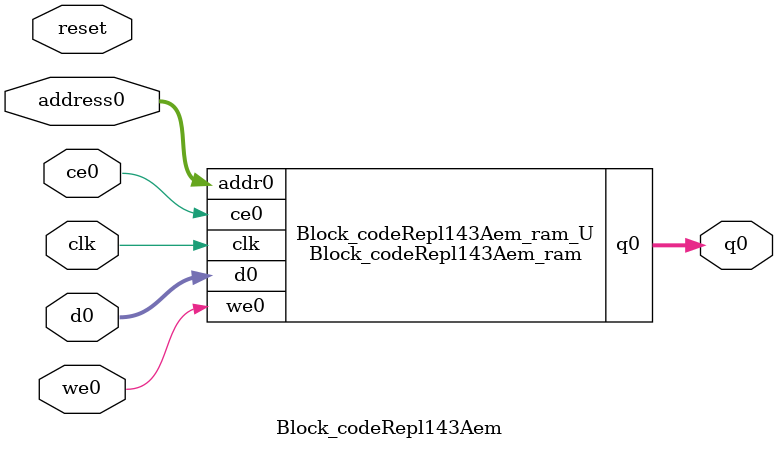
<source format=v>
`timescale 1 ns / 1 ps
module Block_codeRepl143Aem_ram (addr0, ce0, d0, we0, q0,  clk);

parameter DWIDTH = 4;
parameter AWIDTH = 12;
parameter MEM_SIZE = 2624;

input[AWIDTH-1:0] addr0;
input ce0;
input[DWIDTH-1:0] d0;
input we0;
output reg[DWIDTH-1:0] q0;
input clk;

(* ram_style = "block" *)reg [DWIDTH-1:0] ram[0:MEM_SIZE-1];




always @(posedge clk)  
begin 
    if (ce0) begin
        if (we0) 
            ram[addr0] <= d0; 
        q0 <= ram[addr0];
    end
end


endmodule

`timescale 1 ns / 1 ps
module Block_codeRepl143Aem(
    reset,
    clk,
    address0,
    ce0,
    we0,
    d0,
    q0);

parameter DataWidth = 32'd4;
parameter AddressRange = 32'd2624;
parameter AddressWidth = 32'd12;
input reset;
input clk;
input[AddressWidth - 1:0] address0;
input ce0;
input we0;
input[DataWidth - 1:0] d0;
output[DataWidth - 1:0] q0;



Block_codeRepl143Aem_ram Block_codeRepl143Aem_ram_U(
    .clk( clk ),
    .addr0( address0 ),
    .ce0( ce0 ),
    .we0( we0 ),
    .d0( d0 ),
    .q0( q0 ));

endmodule


</source>
